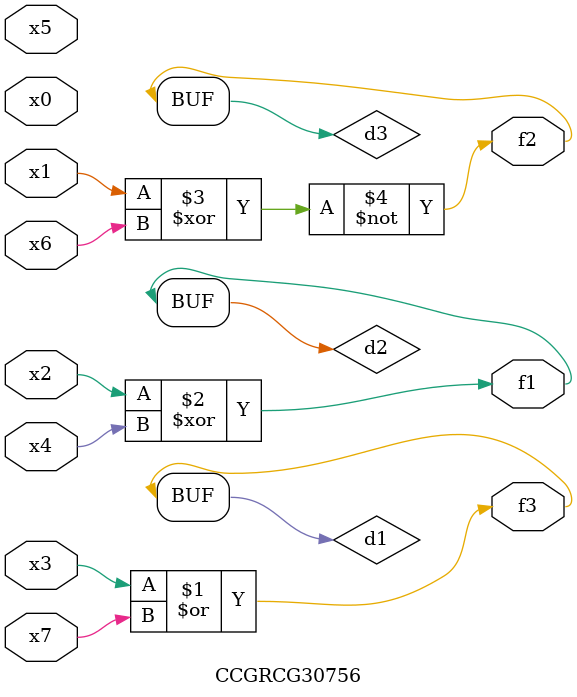
<source format=v>
module CCGRCG30756(
	input x0, x1, x2, x3, x4, x5, x6, x7,
	output f1, f2, f3
);

	wire d1, d2, d3;

	or (d1, x3, x7);
	xor (d2, x2, x4);
	xnor (d3, x1, x6);
	assign f1 = d2;
	assign f2 = d3;
	assign f3 = d1;
endmodule

</source>
